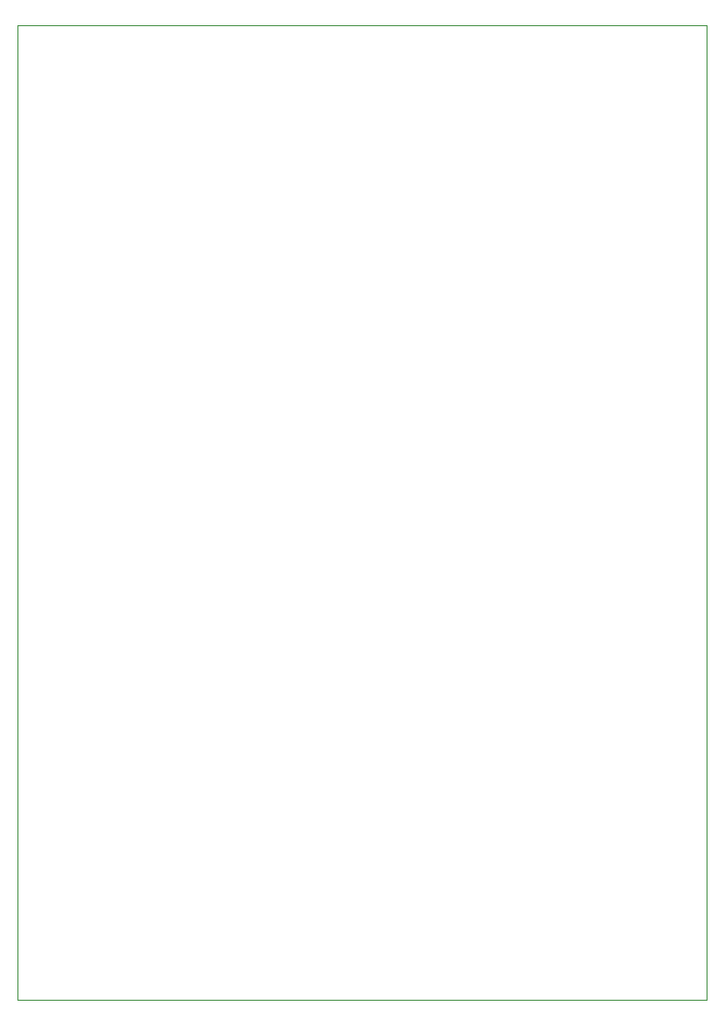
<source format=gbr>
G04 #@! TF.GenerationSoftware,KiCad,Pcbnew,(5.1.5)-3*
G04 #@! TF.CreationDate,2020-04-19T01:43:58-04:00*
G04 #@! TF.ProjectId,Pwr_Diff_Breakout,5077725f-4469-4666-965f-427265616b6f,v1*
G04 #@! TF.SameCoordinates,Original*
G04 #@! TF.FileFunction,Profile,NP*
%FSLAX46Y46*%
G04 Gerber Fmt 4.6, Leading zero omitted, Abs format (unit mm)*
G04 Created by KiCad (PCBNEW (5.1.5)-3) date 2020-04-19 01:43:58*
%MOMM*%
%LPD*%
G04 APERTURE LIST*
%ADD10C,0.050000*%
G04 APERTURE END LIST*
D10*
X131555000Y-68647800D02*
X71357000Y-68647800D01*
X131555000Y-153737800D02*
X131555000Y-68647800D01*
X131555000Y-153737800D02*
X71357000Y-153737800D01*
X71357000Y-68647800D02*
X71357000Y-153737800D01*
M02*

</source>
